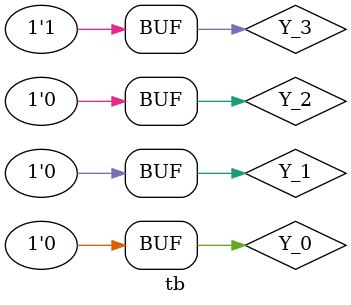
<source format=v>
module tb();
reg Y_0,Y_1,Y_2,Y_3;
wire A0,A1;
encr dut(
    .Y_0(Y_0),
    .Y_1(Y_1),
    .Y_2(Y_2),
    .Y_3(Y_3),
    .A0(A0),
    .A1(A1)
);

initial
begin
Y_3 <= 1'b0;
Y_2 <= 1'b0;
Y_1 <= 1'b0;
Y_0 <= 1'b1;
#150;

Y_3 <= 1'b0;
Y_2 <= 1'b0;
Y_1 <= 1'b1;
Y_0 <= 1'b0;
#150;

Y_3 <= 1'b0;
Y_2 <= 1'b1;
Y_1 <= 1'b0;
Y_0 <= 1'b0;
#150;

Y_3 <= 1'b1;
Y_2 <= 1'b0;
Y_1 <= 1'b0;
Y_0 <= 1'b0;
#150;

end

initial
 begin
   $dumpfile("dump.vcd");
   $dumpvars(0, tb);

 end
endmodule
</source>
